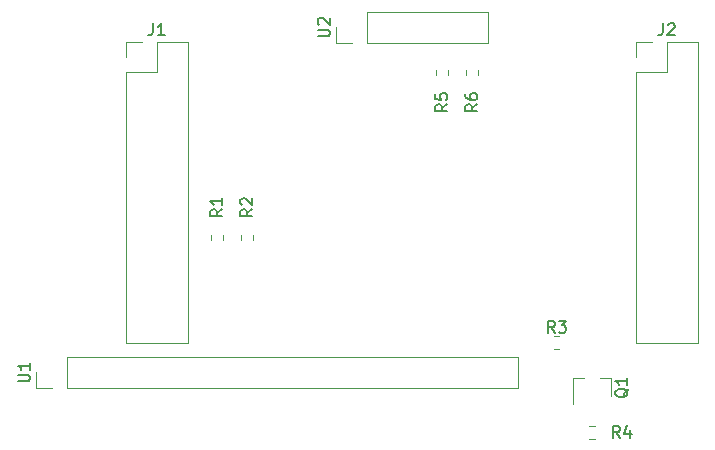
<source format=gbr>
G04 #@! TF.GenerationSoftware,KiCad,Pcbnew,5.1.10*
G04 #@! TF.CreationDate,2021-08-11T21:54:59-06:00*
G04 #@! TF.ProjectId,Speedometer-Top,53706565-646f-46d6-9574-65722d546f70,rev?*
G04 #@! TF.SameCoordinates,Original*
G04 #@! TF.FileFunction,Legend,Top*
G04 #@! TF.FilePolarity,Positive*
%FSLAX46Y46*%
G04 Gerber Fmt 4.6, Leading zero omitted, Abs format (unit mm)*
G04 Created by KiCad (PCBNEW 5.1.10) date 2021-08-11 21:54:59*
%MOMM*%
%LPD*%
G01*
G04 APERTURE LIST*
%ADD10C,0.120000*%
%ADD11C,0.150000*%
G04 APERTURE END LIST*
D10*
G04 #@! TO.C,U2*
X41850000Y-19110000D02*
X41850000Y-17780000D01*
X43180000Y-19110000D02*
X41850000Y-19110000D01*
X44450000Y-19110000D02*
X44450000Y-16450000D01*
X44450000Y-16450000D02*
X54670000Y-16450000D01*
X44450000Y-19110000D02*
X54670000Y-19110000D01*
X54670000Y-19110000D02*
X54670000Y-16450000D01*
G04 #@! TO.C,R6*
X52817500Y-21352742D02*
X52817500Y-21827258D01*
X53862500Y-21352742D02*
X53862500Y-21827258D01*
G04 #@! TO.C,R5*
X50277500Y-21352742D02*
X50277500Y-21827258D01*
X51322500Y-21352742D02*
X51322500Y-21827258D01*
G04 #@! TO.C,J1*
X24070000Y-18990000D02*
X25400000Y-18990000D01*
X24070000Y-20320000D02*
X24070000Y-18990000D01*
X26670000Y-18990000D02*
X29270000Y-18990000D01*
X26670000Y-21590000D02*
X26670000Y-18990000D01*
X24070000Y-21590000D02*
X26670000Y-21590000D01*
X29270000Y-18990000D02*
X29270000Y-44510000D01*
X24070000Y-21590000D02*
X24070000Y-44510000D01*
X24070000Y-44510000D02*
X29270000Y-44510000D01*
G04 #@! TO.C,U1*
X57210000Y-48320000D02*
X57210000Y-45660000D01*
X19050000Y-48320000D02*
X57210000Y-48320000D01*
X19050000Y-45660000D02*
X57210000Y-45660000D01*
X19050000Y-48320000D02*
X19050000Y-45660000D01*
X17780000Y-48320000D02*
X16450000Y-48320000D01*
X16450000Y-48320000D02*
X16450000Y-46990000D01*
G04 #@! TO.C,R4*
X63737258Y-52592500D02*
X63262742Y-52592500D01*
X63737258Y-51547500D02*
X63262742Y-51547500D01*
G04 #@! TO.C,R3*
X60277742Y-43927500D02*
X60752258Y-43927500D01*
X60277742Y-44972500D02*
X60752258Y-44972500D01*
G04 #@! TO.C,R2*
X34812500Y-35322742D02*
X34812500Y-35797258D01*
X33767500Y-35322742D02*
X33767500Y-35797258D01*
G04 #@! TO.C,R1*
X31227500Y-35797258D02*
X31227500Y-35322742D01*
X32272500Y-35797258D02*
X32272500Y-35322742D01*
G04 #@! TO.C,Q1*
X65080000Y-47500000D02*
X64150000Y-47500000D01*
X61920000Y-47500000D02*
X62850000Y-47500000D01*
X61920000Y-47500000D02*
X61920000Y-49660000D01*
X65080000Y-47500000D02*
X65080000Y-48960000D01*
G04 #@! TO.C,J2*
X67250000Y-18990000D02*
X68580000Y-18990000D01*
X67250000Y-20320000D02*
X67250000Y-18990000D01*
X69850000Y-18990000D02*
X72450000Y-18990000D01*
X69850000Y-21590000D02*
X69850000Y-18990000D01*
X67250000Y-21590000D02*
X69850000Y-21590000D01*
X72450000Y-18990000D02*
X72450000Y-44510000D01*
X67250000Y-21590000D02*
X67250000Y-44510000D01*
X67250000Y-44510000D02*
X72450000Y-44510000D01*
G04 #@! TO.C,U2*
D11*
X40302380Y-18541904D02*
X41111904Y-18541904D01*
X41207142Y-18494285D01*
X41254761Y-18446666D01*
X41302380Y-18351428D01*
X41302380Y-18160952D01*
X41254761Y-18065714D01*
X41207142Y-18018095D01*
X41111904Y-17970476D01*
X40302380Y-17970476D01*
X40397619Y-17541904D02*
X40350000Y-17494285D01*
X40302380Y-17399047D01*
X40302380Y-17160952D01*
X40350000Y-17065714D01*
X40397619Y-17018095D01*
X40492857Y-16970476D01*
X40588095Y-16970476D01*
X40730952Y-17018095D01*
X41302380Y-17589523D01*
X41302380Y-16970476D01*
G04 #@! TO.C,R6*
X53792380Y-24296666D02*
X53316190Y-24630000D01*
X53792380Y-24868095D02*
X52792380Y-24868095D01*
X52792380Y-24487142D01*
X52840000Y-24391904D01*
X52887619Y-24344285D01*
X52982857Y-24296666D01*
X53125714Y-24296666D01*
X53220952Y-24344285D01*
X53268571Y-24391904D01*
X53316190Y-24487142D01*
X53316190Y-24868095D01*
X52792380Y-23439523D02*
X52792380Y-23630000D01*
X52840000Y-23725238D01*
X52887619Y-23772857D01*
X53030476Y-23868095D01*
X53220952Y-23915714D01*
X53601904Y-23915714D01*
X53697142Y-23868095D01*
X53744761Y-23820476D01*
X53792380Y-23725238D01*
X53792380Y-23534761D01*
X53744761Y-23439523D01*
X53697142Y-23391904D01*
X53601904Y-23344285D01*
X53363809Y-23344285D01*
X53268571Y-23391904D01*
X53220952Y-23439523D01*
X53173333Y-23534761D01*
X53173333Y-23725238D01*
X53220952Y-23820476D01*
X53268571Y-23868095D01*
X53363809Y-23915714D01*
G04 #@! TO.C,R5*
X51252380Y-24296666D02*
X50776190Y-24630000D01*
X51252380Y-24868095D02*
X50252380Y-24868095D01*
X50252380Y-24487142D01*
X50300000Y-24391904D01*
X50347619Y-24344285D01*
X50442857Y-24296666D01*
X50585714Y-24296666D01*
X50680952Y-24344285D01*
X50728571Y-24391904D01*
X50776190Y-24487142D01*
X50776190Y-24868095D01*
X50252380Y-23391904D02*
X50252380Y-23868095D01*
X50728571Y-23915714D01*
X50680952Y-23868095D01*
X50633333Y-23772857D01*
X50633333Y-23534761D01*
X50680952Y-23439523D01*
X50728571Y-23391904D01*
X50823809Y-23344285D01*
X51061904Y-23344285D01*
X51157142Y-23391904D01*
X51204761Y-23439523D01*
X51252380Y-23534761D01*
X51252380Y-23772857D01*
X51204761Y-23868095D01*
X51157142Y-23915714D01*
G04 #@! TO.C,J1*
X26336666Y-17442380D02*
X26336666Y-18156666D01*
X26289047Y-18299523D01*
X26193809Y-18394761D01*
X26050952Y-18442380D01*
X25955714Y-18442380D01*
X27336666Y-18442380D02*
X26765238Y-18442380D01*
X27050952Y-18442380D02*
X27050952Y-17442380D01*
X26955714Y-17585238D01*
X26860476Y-17680476D01*
X26765238Y-17728095D01*
G04 #@! TO.C,U1*
X14902380Y-47751904D02*
X15711904Y-47751904D01*
X15807142Y-47704285D01*
X15854761Y-47656666D01*
X15902380Y-47561428D01*
X15902380Y-47370952D01*
X15854761Y-47275714D01*
X15807142Y-47228095D01*
X15711904Y-47180476D01*
X14902380Y-47180476D01*
X15902380Y-46180476D02*
X15902380Y-46751904D01*
X15902380Y-46466190D02*
X14902380Y-46466190D01*
X15045238Y-46561428D01*
X15140476Y-46656666D01*
X15188095Y-46751904D01*
G04 #@! TO.C,R4*
X65873333Y-52522380D02*
X65540000Y-52046190D01*
X65301904Y-52522380D02*
X65301904Y-51522380D01*
X65682857Y-51522380D01*
X65778095Y-51570000D01*
X65825714Y-51617619D01*
X65873333Y-51712857D01*
X65873333Y-51855714D01*
X65825714Y-51950952D01*
X65778095Y-51998571D01*
X65682857Y-52046190D01*
X65301904Y-52046190D01*
X66730476Y-51855714D02*
X66730476Y-52522380D01*
X66492380Y-51474761D02*
X66254285Y-52189047D01*
X66873333Y-52189047D01*
G04 #@! TO.C,R3*
X60348333Y-43632380D02*
X60015000Y-43156190D01*
X59776904Y-43632380D02*
X59776904Y-42632380D01*
X60157857Y-42632380D01*
X60253095Y-42680000D01*
X60300714Y-42727619D01*
X60348333Y-42822857D01*
X60348333Y-42965714D01*
X60300714Y-43060952D01*
X60253095Y-43108571D01*
X60157857Y-43156190D01*
X59776904Y-43156190D01*
X60681666Y-42632380D02*
X61300714Y-42632380D01*
X60967380Y-43013333D01*
X61110238Y-43013333D01*
X61205476Y-43060952D01*
X61253095Y-43108571D01*
X61300714Y-43203809D01*
X61300714Y-43441904D01*
X61253095Y-43537142D01*
X61205476Y-43584761D01*
X61110238Y-43632380D01*
X60824523Y-43632380D01*
X60729285Y-43584761D01*
X60681666Y-43537142D01*
G04 #@! TO.C,R2*
X34742380Y-33186666D02*
X34266190Y-33520000D01*
X34742380Y-33758095D02*
X33742380Y-33758095D01*
X33742380Y-33377142D01*
X33790000Y-33281904D01*
X33837619Y-33234285D01*
X33932857Y-33186666D01*
X34075714Y-33186666D01*
X34170952Y-33234285D01*
X34218571Y-33281904D01*
X34266190Y-33377142D01*
X34266190Y-33758095D01*
X33837619Y-32805714D02*
X33790000Y-32758095D01*
X33742380Y-32662857D01*
X33742380Y-32424761D01*
X33790000Y-32329523D01*
X33837619Y-32281904D01*
X33932857Y-32234285D01*
X34028095Y-32234285D01*
X34170952Y-32281904D01*
X34742380Y-32853333D01*
X34742380Y-32234285D01*
G04 #@! TO.C,R1*
X32202380Y-33186666D02*
X31726190Y-33520000D01*
X32202380Y-33758095D02*
X31202380Y-33758095D01*
X31202380Y-33377142D01*
X31250000Y-33281904D01*
X31297619Y-33234285D01*
X31392857Y-33186666D01*
X31535714Y-33186666D01*
X31630952Y-33234285D01*
X31678571Y-33281904D01*
X31726190Y-33377142D01*
X31726190Y-33758095D01*
X32202380Y-32234285D02*
X32202380Y-32805714D01*
X32202380Y-32520000D02*
X31202380Y-32520000D01*
X31345238Y-32615238D01*
X31440476Y-32710476D01*
X31488095Y-32805714D01*
G04 #@! TO.C,Q1*
X66587619Y-48355238D02*
X66540000Y-48450476D01*
X66444761Y-48545714D01*
X66301904Y-48688571D01*
X66254285Y-48783809D01*
X66254285Y-48879047D01*
X66492380Y-48831428D02*
X66444761Y-48926666D01*
X66349523Y-49021904D01*
X66159047Y-49069523D01*
X65825714Y-49069523D01*
X65635238Y-49021904D01*
X65540000Y-48926666D01*
X65492380Y-48831428D01*
X65492380Y-48640952D01*
X65540000Y-48545714D01*
X65635238Y-48450476D01*
X65825714Y-48402857D01*
X66159047Y-48402857D01*
X66349523Y-48450476D01*
X66444761Y-48545714D01*
X66492380Y-48640952D01*
X66492380Y-48831428D01*
X66492380Y-47450476D02*
X66492380Y-48021904D01*
X66492380Y-47736190D02*
X65492380Y-47736190D01*
X65635238Y-47831428D01*
X65730476Y-47926666D01*
X65778095Y-48021904D01*
G04 #@! TO.C,J2*
X69516666Y-17442380D02*
X69516666Y-18156666D01*
X69469047Y-18299523D01*
X69373809Y-18394761D01*
X69230952Y-18442380D01*
X69135714Y-18442380D01*
X69945238Y-17537619D02*
X69992857Y-17490000D01*
X70088095Y-17442380D01*
X70326190Y-17442380D01*
X70421428Y-17490000D01*
X70469047Y-17537619D01*
X70516666Y-17632857D01*
X70516666Y-17728095D01*
X70469047Y-17870952D01*
X69897619Y-18442380D01*
X70516666Y-18442380D01*
G04 #@! TD*
M02*

</source>
